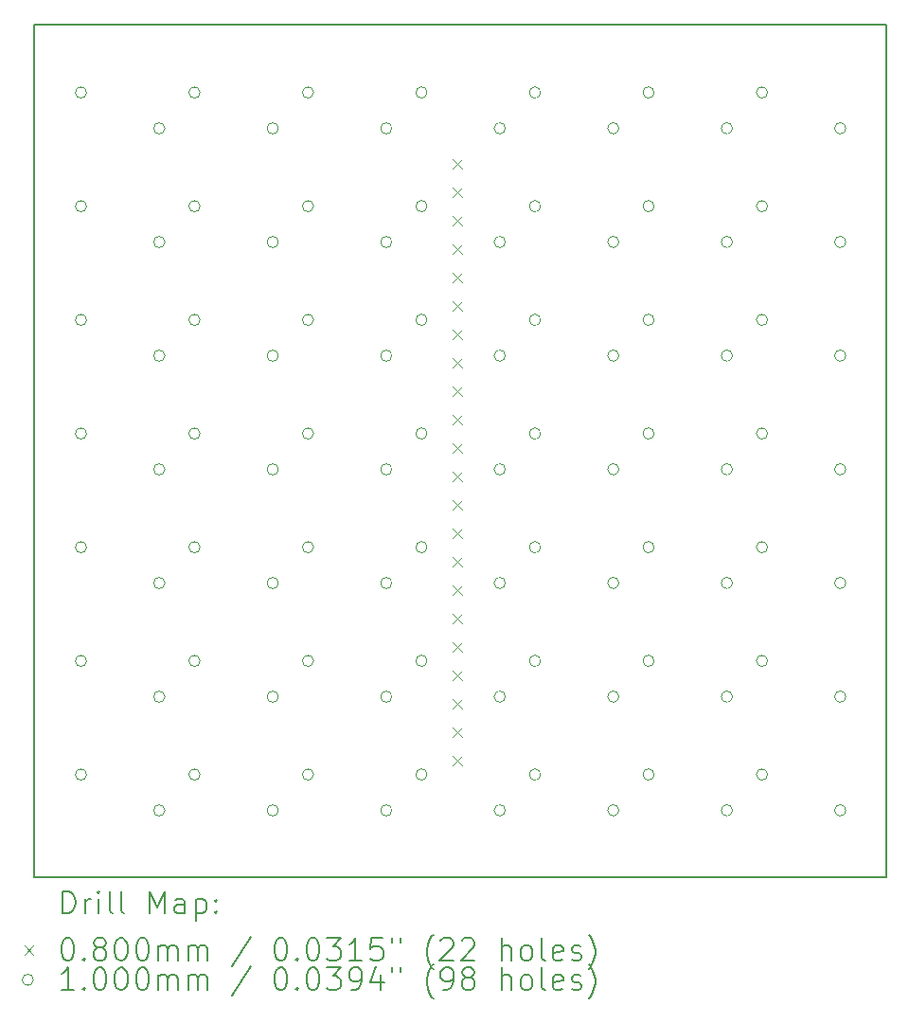
<source format=gbr>
%TF.GenerationSoftware,KiCad,Pcbnew,8.0.5-8.0.5-0~ubuntu24.04.1*%
%TF.CreationDate,2024-10-16T20:19:07-04:00*%
%TF.ProjectId,array,61727261-792e-46b6-9963-61645f706362,rev?*%
%TF.SameCoordinates,Original*%
%TF.FileFunction,Drillmap*%
%TF.FilePolarity,Positive*%
%FSLAX45Y45*%
G04 Gerber Fmt 4.5, Leading zero omitted, Abs format (unit mm)*
G04 Created by KiCad (PCBNEW 8.0.5-8.0.5-0~ubuntu24.04.1) date 2024-10-16 20:19:07*
%MOMM*%
%LPD*%
G01*
G04 APERTURE LIST*
%ADD10C,0.200000*%
%ADD11C,0.100000*%
G04 APERTURE END LIST*
D10*
X9000000Y-5130000D02*
X16620000Y-5130000D01*
X16620000Y-12750000D01*
X9000000Y-12750000D01*
X9000000Y-5130000D01*
D11*
X12740000Y-6333000D02*
X12820000Y-6413000D01*
X12820000Y-6333000D02*
X12740000Y-6413000D01*
X12740000Y-6587000D02*
X12820000Y-6667000D01*
X12820000Y-6587000D02*
X12740000Y-6667000D01*
X12740000Y-6841000D02*
X12820000Y-6921000D01*
X12820000Y-6841000D02*
X12740000Y-6921000D01*
X12740000Y-7095000D02*
X12820000Y-7175000D01*
X12820000Y-7095000D02*
X12740000Y-7175000D01*
X12740000Y-7349000D02*
X12820000Y-7429000D01*
X12820000Y-7349000D02*
X12740000Y-7429000D01*
X12740000Y-7603000D02*
X12820000Y-7683000D01*
X12820000Y-7603000D02*
X12740000Y-7683000D01*
X12740000Y-7857000D02*
X12820000Y-7937000D01*
X12820000Y-7857000D02*
X12740000Y-7937000D01*
X12740000Y-8111000D02*
X12820000Y-8191000D01*
X12820000Y-8111000D02*
X12740000Y-8191000D01*
X12740000Y-8365000D02*
X12820000Y-8445000D01*
X12820000Y-8365000D02*
X12740000Y-8445000D01*
X12740000Y-8619000D02*
X12820000Y-8699000D01*
X12820000Y-8619000D02*
X12740000Y-8699000D01*
X12740000Y-8873000D02*
X12820000Y-8953000D01*
X12820000Y-8873000D02*
X12740000Y-8953000D01*
X12740000Y-9127000D02*
X12820000Y-9207000D01*
X12820000Y-9127000D02*
X12740000Y-9207000D01*
X12740000Y-9381000D02*
X12820000Y-9461000D01*
X12820000Y-9381000D02*
X12740000Y-9461000D01*
X12740000Y-9635000D02*
X12820000Y-9715000D01*
X12820000Y-9635000D02*
X12740000Y-9715000D01*
X12740000Y-9889000D02*
X12820000Y-9969000D01*
X12820000Y-9889000D02*
X12740000Y-9969000D01*
X12740000Y-10143000D02*
X12820000Y-10223000D01*
X12820000Y-10143000D02*
X12740000Y-10223000D01*
X12740000Y-10397000D02*
X12820000Y-10477000D01*
X12820000Y-10397000D02*
X12740000Y-10477000D01*
X12740000Y-10651000D02*
X12820000Y-10731000D01*
X12820000Y-10651000D02*
X12740000Y-10731000D01*
X12740000Y-10905000D02*
X12820000Y-10985000D01*
X12820000Y-10905000D02*
X12740000Y-10985000D01*
X12740000Y-11159000D02*
X12820000Y-11239000D01*
X12820000Y-11159000D02*
X12740000Y-11239000D01*
X12740000Y-11413000D02*
X12820000Y-11493000D01*
X12820000Y-11413000D02*
X12740000Y-11493000D01*
X12740000Y-11667000D02*
X12820000Y-11747000D01*
X12820000Y-11667000D02*
X12740000Y-11747000D01*
X9465000Y-5734000D02*
G75*
G02*
X9365000Y-5734000I-50000J0D01*
G01*
X9365000Y-5734000D02*
G75*
G02*
X9465000Y-5734000I50000J0D01*
G01*
X9465000Y-6750000D02*
G75*
G02*
X9365000Y-6750000I-50000J0D01*
G01*
X9365000Y-6750000D02*
G75*
G02*
X9465000Y-6750000I50000J0D01*
G01*
X9465000Y-7766000D02*
G75*
G02*
X9365000Y-7766000I-50000J0D01*
G01*
X9365000Y-7766000D02*
G75*
G02*
X9465000Y-7766000I50000J0D01*
G01*
X9465000Y-8782000D02*
G75*
G02*
X9365000Y-8782000I-50000J0D01*
G01*
X9365000Y-8782000D02*
G75*
G02*
X9465000Y-8782000I50000J0D01*
G01*
X9465000Y-9798000D02*
G75*
G02*
X9365000Y-9798000I-50000J0D01*
G01*
X9365000Y-9798000D02*
G75*
G02*
X9465000Y-9798000I50000J0D01*
G01*
X9465000Y-10814000D02*
G75*
G02*
X9365000Y-10814000I-50000J0D01*
G01*
X9365000Y-10814000D02*
G75*
G02*
X9465000Y-10814000I50000J0D01*
G01*
X9465000Y-11830000D02*
G75*
G02*
X9365000Y-11830000I-50000J0D01*
G01*
X9365000Y-11830000D02*
G75*
G02*
X9465000Y-11830000I50000J0D01*
G01*
X10165000Y-6054000D02*
G75*
G02*
X10065000Y-6054000I-50000J0D01*
G01*
X10065000Y-6054000D02*
G75*
G02*
X10165000Y-6054000I50000J0D01*
G01*
X10165000Y-7070000D02*
G75*
G02*
X10065000Y-7070000I-50000J0D01*
G01*
X10065000Y-7070000D02*
G75*
G02*
X10165000Y-7070000I50000J0D01*
G01*
X10165000Y-8086000D02*
G75*
G02*
X10065000Y-8086000I-50000J0D01*
G01*
X10065000Y-8086000D02*
G75*
G02*
X10165000Y-8086000I50000J0D01*
G01*
X10165000Y-9102000D02*
G75*
G02*
X10065000Y-9102000I-50000J0D01*
G01*
X10065000Y-9102000D02*
G75*
G02*
X10165000Y-9102000I50000J0D01*
G01*
X10165000Y-10118000D02*
G75*
G02*
X10065000Y-10118000I-50000J0D01*
G01*
X10065000Y-10118000D02*
G75*
G02*
X10165000Y-10118000I50000J0D01*
G01*
X10165000Y-11134000D02*
G75*
G02*
X10065000Y-11134000I-50000J0D01*
G01*
X10065000Y-11134000D02*
G75*
G02*
X10165000Y-11134000I50000J0D01*
G01*
X10165000Y-12150000D02*
G75*
G02*
X10065000Y-12150000I-50000J0D01*
G01*
X10065000Y-12150000D02*
G75*
G02*
X10165000Y-12150000I50000J0D01*
G01*
X10480000Y-5734000D02*
G75*
G02*
X10380000Y-5734000I-50000J0D01*
G01*
X10380000Y-5734000D02*
G75*
G02*
X10480000Y-5734000I50000J0D01*
G01*
X10480000Y-6750000D02*
G75*
G02*
X10380000Y-6750000I-50000J0D01*
G01*
X10380000Y-6750000D02*
G75*
G02*
X10480000Y-6750000I50000J0D01*
G01*
X10480000Y-7766000D02*
G75*
G02*
X10380000Y-7766000I-50000J0D01*
G01*
X10380000Y-7766000D02*
G75*
G02*
X10480000Y-7766000I50000J0D01*
G01*
X10480000Y-8782000D02*
G75*
G02*
X10380000Y-8782000I-50000J0D01*
G01*
X10380000Y-8782000D02*
G75*
G02*
X10480000Y-8782000I50000J0D01*
G01*
X10480000Y-9798000D02*
G75*
G02*
X10380000Y-9798000I-50000J0D01*
G01*
X10380000Y-9798000D02*
G75*
G02*
X10480000Y-9798000I50000J0D01*
G01*
X10480000Y-10814000D02*
G75*
G02*
X10380000Y-10814000I-50000J0D01*
G01*
X10380000Y-10814000D02*
G75*
G02*
X10480000Y-10814000I50000J0D01*
G01*
X10480000Y-11830000D02*
G75*
G02*
X10380000Y-11830000I-50000J0D01*
G01*
X10380000Y-11830000D02*
G75*
G02*
X10480000Y-11830000I50000J0D01*
G01*
X11180000Y-6054000D02*
G75*
G02*
X11080000Y-6054000I-50000J0D01*
G01*
X11080000Y-6054000D02*
G75*
G02*
X11180000Y-6054000I50000J0D01*
G01*
X11180000Y-7070000D02*
G75*
G02*
X11080000Y-7070000I-50000J0D01*
G01*
X11080000Y-7070000D02*
G75*
G02*
X11180000Y-7070000I50000J0D01*
G01*
X11180000Y-8086000D02*
G75*
G02*
X11080000Y-8086000I-50000J0D01*
G01*
X11080000Y-8086000D02*
G75*
G02*
X11180000Y-8086000I50000J0D01*
G01*
X11180000Y-9102000D02*
G75*
G02*
X11080000Y-9102000I-50000J0D01*
G01*
X11080000Y-9102000D02*
G75*
G02*
X11180000Y-9102000I50000J0D01*
G01*
X11180000Y-10118000D02*
G75*
G02*
X11080000Y-10118000I-50000J0D01*
G01*
X11080000Y-10118000D02*
G75*
G02*
X11180000Y-10118000I50000J0D01*
G01*
X11180000Y-11134000D02*
G75*
G02*
X11080000Y-11134000I-50000J0D01*
G01*
X11080000Y-11134000D02*
G75*
G02*
X11180000Y-11134000I50000J0D01*
G01*
X11180000Y-12150000D02*
G75*
G02*
X11080000Y-12150000I-50000J0D01*
G01*
X11080000Y-12150000D02*
G75*
G02*
X11180000Y-12150000I50000J0D01*
G01*
X11495000Y-5734000D02*
G75*
G02*
X11395000Y-5734000I-50000J0D01*
G01*
X11395000Y-5734000D02*
G75*
G02*
X11495000Y-5734000I50000J0D01*
G01*
X11495000Y-6750000D02*
G75*
G02*
X11395000Y-6750000I-50000J0D01*
G01*
X11395000Y-6750000D02*
G75*
G02*
X11495000Y-6750000I50000J0D01*
G01*
X11495000Y-7766000D02*
G75*
G02*
X11395000Y-7766000I-50000J0D01*
G01*
X11395000Y-7766000D02*
G75*
G02*
X11495000Y-7766000I50000J0D01*
G01*
X11495000Y-8782000D02*
G75*
G02*
X11395000Y-8782000I-50000J0D01*
G01*
X11395000Y-8782000D02*
G75*
G02*
X11495000Y-8782000I50000J0D01*
G01*
X11495000Y-9798000D02*
G75*
G02*
X11395000Y-9798000I-50000J0D01*
G01*
X11395000Y-9798000D02*
G75*
G02*
X11495000Y-9798000I50000J0D01*
G01*
X11495000Y-10814000D02*
G75*
G02*
X11395000Y-10814000I-50000J0D01*
G01*
X11395000Y-10814000D02*
G75*
G02*
X11495000Y-10814000I50000J0D01*
G01*
X11495000Y-11830000D02*
G75*
G02*
X11395000Y-11830000I-50000J0D01*
G01*
X11395000Y-11830000D02*
G75*
G02*
X11495000Y-11830000I50000J0D01*
G01*
X12195000Y-6054000D02*
G75*
G02*
X12095000Y-6054000I-50000J0D01*
G01*
X12095000Y-6054000D02*
G75*
G02*
X12195000Y-6054000I50000J0D01*
G01*
X12195000Y-7070000D02*
G75*
G02*
X12095000Y-7070000I-50000J0D01*
G01*
X12095000Y-7070000D02*
G75*
G02*
X12195000Y-7070000I50000J0D01*
G01*
X12195000Y-8086000D02*
G75*
G02*
X12095000Y-8086000I-50000J0D01*
G01*
X12095000Y-8086000D02*
G75*
G02*
X12195000Y-8086000I50000J0D01*
G01*
X12195000Y-9102000D02*
G75*
G02*
X12095000Y-9102000I-50000J0D01*
G01*
X12095000Y-9102000D02*
G75*
G02*
X12195000Y-9102000I50000J0D01*
G01*
X12195000Y-10118000D02*
G75*
G02*
X12095000Y-10118000I-50000J0D01*
G01*
X12095000Y-10118000D02*
G75*
G02*
X12195000Y-10118000I50000J0D01*
G01*
X12195000Y-11134000D02*
G75*
G02*
X12095000Y-11134000I-50000J0D01*
G01*
X12095000Y-11134000D02*
G75*
G02*
X12195000Y-11134000I50000J0D01*
G01*
X12195000Y-12150000D02*
G75*
G02*
X12095000Y-12150000I-50000J0D01*
G01*
X12095000Y-12150000D02*
G75*
G02*
X12195000Y-12150000I50000J0D01*
G01*
X12510000Y-5734000D02*
G75*
G02*
X12410000Y-5734000I-50000J0D01*
G01*
X12410000Y-5734000D02*
G75*
G02*
X12510000Y-5734000I50000J0D01*
G01*
X12510000Y-6750000D02*
G75*
G02*
X12410000Y-6750000I-50000J0D01*
G01*
X12410000Y-6750000D02*
G75*
G02*
X12510000Y-6750000I50000J0D01*
G01*
X12510000Y-7766000D02*
G75*
G02*
X12410000Y-7766000I-50000J0D01*
G01*
X12410000Y-7766000D02*
G75*
G02*
X12510000Y-7766000I50000J0D01*
G01*
X12510000Y-8782000D02*
G75*
G02*
X12410000Y-8782000I-50000J0D01*
G01*
X12410000Y-8782000D02*
G75*
G02*
X12510000Y-8782000I50000J0D01*
G01*
X12510000Y-9798000D02*
G75*
G02*
X12410000Y-9798000I-50000J0D01*
G01*
X12410000Y-9798000D02*
G75*
G02*
X12510000Y-9798000I50000J0D01*
G01*
X12510000Y-10814000D02*
G75*
G02*
X12410000Y-10814000I-50000J0D01*
G01*
X12410000Y-10814000D02*
G75*
G02*
X12510000Y-10814000I50000J0D01*
G01*
X12510000Y-11830000D02*
G75*
G02*
X12410000Y-11830000I-50000J0D01*
G01*
X12410000Y-11830000D02*
G75*
G02*
X12510000Y-11830000I50000J0D01*
G01*
X13210000Y-6054000D02*
G75*
G02*
X13110000Y-6054000I-50000J0D01*
G01*
X13110000Y-6054000D02*
G75*
G02*
X13210000Y-6054000I50000J0D01*
G01*
X13210000Y-7070000D02*
G75*
G02*
X13110000Y-7070000I-50000J0D01*
G01*
X13110000Y-7070000D02*
G75*
G02*
X13210000Y-7070000I50000J0D01*
G01*
X13210000Y-8086000D02*
G75*
G02*
X13110000Y-8086000I-50000J0D01*
G01*
X13110000Y-8086000D02*
G75*
G02*
X13210000Y-8086000I50000J0D01*
G01*
X13210000Y-9102000D02*
G75*
G02*
X13110000Y-9102000I-50000J0D01*
G01*
X13110000Y-9102000D02*
G75*
G02*
X13210000Y-9102000I50000J0D01*
G01*
X13210000Y-10118000D02*
G75*
G02*
X13110000Y-10118000I-50000J0D01*
G01*
X13110000Y-10118000D02*
G75*
G02*
X13210000Y-10118000I50000J0D01*
G01*
X13210000Y-11134000D02*
G75*
G02*
X13110000Y-11134000I-50000J0D01*
G01*
X13110000Y-11134000D02*
G75*
G02*
X13210000Y-11134000I50000J0D01*
G01*
X13210000Y-12150000D02*
G75*
G02*
X13110000Y-12150000I-50000J0D01*
G01*
X13110000Y-12150000D02*
G75*
G02*
X13210000Y-12150000I50000J0D01*
G01*
X13525000Y-5734000D02*
G75*
G02*
X13425000Y-5734000I-50000J0D01*
G01*
X13425000Y-5734000D02*
G75*
G02*
X13525000Y-5734000I50000J0D01*
G01*
X13525000Y-6750000D02*
G75*
G02*
X13425000Y-6750000I-50000J0D01*
G01*
X13425000Y-6750000D02*
G75*
G02*
X13525000Y-6750000I50000J0D01*
G01*
X13525000Y-7766000D02*
G75*
G02*
X13425000Y-7766000I-50000J0D01*
G01*
X13425000Y-7766000D02*
G75*
G02*
X13525000Y-7766000I50000J0D01*
G01*
X13525000Y-8782000D02*
G75*
G02*
X13425000Y-8782000I-50000J0D01*
G01*
X13425000Y-8782000D02*
G75*
G02*
X13525000Y-8782000I50000J0D01*
G01*
X13525000Y-9798000D02*
G75*
G02*
X13425000Y-9798000I-50000J0D01*
G01*
X13425000Y-9798000D02*
G75*
G02*
X13525000Y-9798000I50000J0D01*
G01*
X13525000Y-10814000D02*
G75*
G02*
X13425000Y-10814000I-50000J0D01*
G01*
X13425000Y-10814000D02*
G75*
G02*
X13525000Y-10814000I50000J0D01*
G01*
X13525000Y-11830000D02*
G75*
G02*
X13425000Y-11830000I-50000J0D01*
G01*
X13425000Y-11830000D02*
G75*
G02*
X13525000Y-11830000I50000J0D01*
G01*
X14225000Y-6054000D02*
G75*
G02*
X14125000Y-6054000I-50000J0D01*
G01*
X14125000Y-6054000D02*
G75*
G02*
X14225000Y-6054000I50000J0D01*
G01*
X14225000Y-7070000D02*
G75*
G02*
X14125000Y-7070000I-50000J0D01*
G01*
X14125000Y-7070000D02*
G75*
G02*
X14225000Y-7070000I50000J0D01*
G01*
X14225000Y-8086000D02*
G75*
G02*
X14125000Y-8086000I-50000J0D01*
G01*
X14125000Y-8086000D02*
G75*
G02*
X14225000Y-8086000I50000J0D01*
G01*
X14225000Y-9102000D02*
G75*
G02*
X14125000Y-9102000I-50000J0D01*
G01*
X14125000Y-9102000D02*
G75*
G02*
X14225000Y-9102000I50000J0D01*
G01*
X14225000Y-10118000D02*
G75*
G02*
X14125000Y-10118000I-50000J0D01*
G01*
X14125000Y-10118000D02*
G75*
G02*
X14225000Y-10118000I50000J0D01*
G01*
X14225000Y-11134000D02*
G75*
G02*
X14125000Y-11134000I-50000J0D01*
G01*
X14125000Y-11134000D02*
G75*
G02*
X14225000Y-11134000I50000J0D01*
G01*
X14225000Y-12150000D02*
G75*
G02*
X14125000Y-12150000I-50000J0D01*
G01*
X14125000Y-12150000D02*
G75*
G02*
X14225000Y-12150000I50000J0D01*
G01*
X14540000Y-5734000D02*
G75*
G02*
X14440000Y-5734000I-50000J0D01*
G01*
X14440000Y-5734000D02*
G75*
G02*
X14540000Y-5734000I50000J0D01*
G01*
X14540000Y-6750000D02*
G75*
G02*
X14440000Y-6750000I-50000J0D01*
G01*
X14440000Y-6750000D02*
G75*
G02*
X14540000Y-6750000I50000J0D01*
G01*
X14540000Y-7766000D02*
G75*
G02*
X14440000Y-7766000I-50000J0D01*
G01*
X14440000Y-7766000D02*
G75*
G02*
X14540000Y-7766000I50000J0D01*
G01*
X14540000Y-8782000D02*
G75*
G02*
X14440000Y-8782000I-50000J0D01*
G01*
X14440000Y-8782000D02*
G75*
G02*
X14540000Y-8782000I50000J0D01*
G01*
X14540000Y-9798000D02*
G75*
G02*
X14440000Y-9798000I-50000J0D01*
G01*
X14440000Y-9798000D02*
G75*
G02*
X14540000Y-9798000I50000J0D01*
G01*
X14540000Y-10814000D02*
G75*
G02*
X14440000Y-10814000I-50000J0D01*
G01*
X14440000Y-10814000D02*
G75*
G02*
X14540000Y-10814000I50000J0D01*
G01*
X14540000Y-11830000D02*
G75*
G02*
X14440000Y-11830000I-50000J0D01*
G01*
X14440000Y-11830000D02*
G75*
G02*
X14540000Y-11830000I50000J0D01*
G01*
X15240000Y-6054000D02*
G75*
G02*
X15140000Y-6054000I-50000J0D01*
G01*
X15140000Y-6054000D02*
G75*
G02*
X15240000Y-6054000I50000J0D01*
G01*
X15240000Y-7070000D02*
G75*
G02*
X15140000Y-7070000I-50000J0D01*
G01*
X15140000Y-7070000D02*
G75*
G02*
X15240000Y-7070000I50000J0D01*
G01*
X15240000Y-8086000D02*
G75*
G02*
X15140000Y-8086000I-50000J0D01*
G01*
X15140000Y-8086000D02*
G75*
G02*
X15240000Y-8086000I50000J0D01*
G01*
X15240000Y-9102000D02*
G75*
G02*
X15140000Y-9102000I-50000J0D01*
G01*
X15140000Y-9102000D02*
G75*
G02*
X15240000Y-9102000I50000J0D01*
G01*
X15240000Y-10118000D02*
G75*
G02*
X15140000Y-10118000I-50000J0D01*
G01*
X15140000Y-10118000D02*
G75*
G02*
X15240000Y-10118000I50000J0D01*
G01*
X15240000Y-11134000D02*
G75*
G02*
X15140000Y-11134000I-50000J0D01*
G01*
X15140000Y-11134000D02*
G75*
G02*
X15240000Y-11134000I50000J0D01*
G01*
X15240000Y-12150000D02*
G75*
G02*
X15140000Y-12150000I-50000J0D01*
G01*
X15140000Y-12150000D02*
G75*
G02*
X15240000Y-12150000I50000J0D01*
G01*
X15555000Y-5734000D02*
G75*
G02*
X15455000Y-5734000I-50000J0D01*
G01*
X15455000Y-5734000D02*
G75*
G02*
X15555000Y-5734000I50000J0D01*
G01*
X15555000Y-6750000D02*
G75*
G02*
X15455000Y-6750000I-50000J0D01*
G01*
X15455000Y-6750000D02*
G75*
G02*
X15555000Y-6750000I50000J0D01*
G01*
X15555000Y-7766000D02*
G75*
G02*
X15455000Y-7766000I-50000J0D01*
G01*
X15455000Y-7766000D02*
G75*
G02*
X15555000Y-7766000I50000J0D01*
G01*
X15555000Y-8782000D02*
G75*
G02*
X15455000Y-8782000I-50000J0D01*
G01*
X15455000Y-8782000D02*
G75*
G02*
X15555000Y-8782000I50000J0D01*
G01*
X15555000Y-9798000D02*
G75*
G02*
X15455000Y-9798000I-50000J0D01*
G01*
X15455000Y-9798000D02*
G75*
G02*
X15555000Y-9798000I50000J0D01*
G01*
X15555000Y-10814000D02*
G75*
G02*
X15455000Y-10814000I-50000J0D01*
G01*
X15455000Y-10814000D02*
G75*
G02*
X15555000Y-10814000I50000J0D01*
G01*
X15555000Y-11830000D02*
G75*
G02*
X15455000Y-11830000I-50000J0D01*
G01*
X15455000Y-11830000D02*
G75*
G02*
X15555000Y-11830000I50000J0D01*
G01*
X16255000Y-6054000D02*
G75*
G02*
X16155000Y-6054000I-50000J0D01*
G01*
X16155000Y-6054000D02*
G75*
G02*
X16255000Y-6054000I50000J0D01*
G01*
X16255000Y-7070000D02*
G75*
G02*
X16155000Y-7070000I-50000J0D01*
G01*
X16155000Y-7070000D02*
G75*
G02*
X16255000Y-7070000I50000J0D01*
G01*
X16255000Y-8086000D02*
G75*
G02*
X16155000Y-8086000I-50000J0D01*
G01*
X16155000Y-8086000D02*
G75*
G02*
X16255000Y-8086000I50000J0D01*
G01*
X16255000Y-9102000D02*
G75*
G02*
X16155000Y-9102000I-50000J0D01*
G01*
X16155000Y-9102000D02*
G75*
G02*
X16255000Y-9102000I50000J0D01*
G01*
X16255000Y-10118000D02*
G75*
G02*
X16155000Y-10118000I-50000J0D01*
G01*
X16155000Y-10118000D02*
G75*
G02*
X16255000Y-10118000I50000J0D01*
G01*
X16255000Y-11134000D02*
G75*
G02*
X16155000Y-11134000I-50000J0D01*
G01*
X16155000Y-11134000D02*
G75*
G02*
X16255000Y-11134000I50000J0D01*
G01*
X16255000Y-12150000D02*
G75*
G02*
X16155000Y-12150000I-50000J0D01*
G01*
X16155000Y-12150000D02*
G75*
G02*
X16255000Y-12150000I50000J0D01*
G01*
D10*
X9250777Y-13071484D02*
X9250777Y-12871484D01*
X9250777Y-12871484D02*
X9298396Y-12871484D01*
X9298396Y-12871484D02*
X9326967Y-12881008D01*
X9326967Y-12881008D02*
X9346015Y-12900055D01*
X9346015Y-12900055D02*
X9355539Y-12919103D01*
X9355539Y-12919103D02*
X9365063Y-12957198D01*
X9365063Y-12957198D02*
X9365063Y-12985769D01*
X9365063Y-12985769D02*
X9355539Y-13023865D01*
X9355539Y-13023865D02*
X9346015Y-13042912D01*
X9346015Y-13042912D02*
X9326967Y-13061960D01*
X9326967Y-13061960D02*
X9298396Y-13071484D01*
X9298396Y-13071484D02*
X9250777Y-13071484D01*
X9450777Y-13071484D02*
X9450777Y-12938150D01*
X9450777Y-12976246D02*
X9460301Y-12957198D01*
X9460301Y-12957198D02*
X9469824Y-12947674D01*
X9469824Y-12947674D02*
X9488872Y-12938150D01*
X9488872Y-12938150D02*
X9507920Y-12938150D01*
X9574586Y-13071484D02*
X9574586Y-12938150D01*
X9574586Y-12871484D02*
X9565063Y-12881008D01*
X9565063Y-12881008D02*
X9574586Y-12890531D01*
X9574586Y-12890531D02*
X9584110Y-12881008D01*
X9584110Y-12881008D02*
X9574586Y-12871484D01*
X9574586Y-12871484D02*
X9574586Y-12890531D01*
X9698396Y-13071484D02*
X9679348Y-13061960D01*
X9679348Y-13061960D02*
X9669824Y-13042912D01*
X9669824Y-13042912D02*
X9669824Y-12871484D01*
X9803158Y-13071484D02*
X9784110Y-13061960D01*
X9784110Y-13061960D02*
X9774586Y-13042912D01*
X9774586Y-13042912D02*
X9774586Y-12871484D01*
X10031729Y-13071484D02*
X10031729Y-12871484D01*
X10031729Y-12871484D02*
X10098396Y-13014341D01*
X10098396Y-13014341D02*
X10165063Y-12871484D01*
X10165063Y-12871484D02*
X10165063Y-13071484D01*
X10346015Y-13071484D02*
X10346015Y-12966722D01*
X10346015Y-12966722D02*
X10336491Y-12947674D01*
X10336491Y-12947674D02*
X10317444Y-12938150D01*
X10317444Y-12938150D02*
X10279348Y-12938150D01*
X10279348Y-12938150D02*
X10260301Y-12947674D01*
X10346015Y-13061960D02*
X10326967Y-13071484D01*
X10326967Y-13071484D02*
X10279348Y-13071484D01*
X10279348Y-13071484D02*
X10260301Y-13061960D01*
X10260301Y-13061960D02*
X10250777Y-13042912D01*
X10250777Y-13042912D02*
X10250777Y-13023865D01*
X10250777Y-13023865D02*
X10260301Y-13004817D01*
X10260301Y-13004817D02*
X10279348Y-12995293D01*
X10279348Y-12995293D02*
X10326967Y-12995293D01*
X10326967Y-12995293D02*
X10346015Y-12985769D01*
X10441253Y-12938150D02*
X10441253Y-13138150D01*
X10441253Y-12947674D02*
X10460301Y-12938150D01*
X10460301Y-12938150D02*
X10498396Y-12938150D01*
X10498396Y-12938150D02*
X10517444Y-12947674D01*
X10517444Y-12947674D02*
X10526967Y-12957198D01*
X10526967Y-12957198D02*
X10536491Y-12976246D01*
X10536491Y-12976246D02*
X10536491Y-13033388D01*
X10536491Y-13033388D02*
X10526967Y-13052436D01*
X10526967Y-13052436D02*
X10517444Y-13061960D01*
X10517444Y-13061960D02*
X10498396Y-13071484D01*
X10498396Y-13071484D02*
X10460301Y-13071484D01*
X10460301Y-13071484D02*
X10441253Y-13061960D01*
X10622205Y-13052436D02*
X10631729Y-13061960D01*
X10631729Y-13061960D02*
X10622205Y-13071484D01*
X10622205Y-13071484D02*
X10612682Y-13061960D01*
X10612682Y-13061960D02*
X10622205Y-13052436D01*
X10622205Y-13052436D02*
X10622205Y-13071484D01*
X10622205Y-12947674D02*
X10631729Y-12957198D01*
X10631729Y-12957198D02*
X10622205Y-12966722D01*
X10622205Y-12966722D02*
X10612682Y-12957198D01*
X10612682Y-12957198D02*
X10622205Y-12947674D01*
X10622205Y-12947674D02*
X10622205Y-12966722D01*
D11*
X8910000Y-13360000D02*
X8990000Y-13440000D01*
X8990000Y-13360000D02*
X8910000Y-13440000D01*
D10*
X9288872Y-13291484D02*
X9307920Y-13291484D01*
X9307920Y-13291484D02*
X9326967Y-13301008D01*
X9326967Y-13301008D02*
X9336491Y-13310531D01*
X9336491Y-13310531D02*
X9346015Y-13329579D01*
X9346015Y-13329579D02*
X9355539Y-13367674D01*
X9355539Y-13367674D02*
X9355539Y-13415293D01*
X9355539Y-13415293D02*
X9346015Y-13453388D01*
X9346015Y-13453388D02*
X9336491Y-13472436D01*
X9336491Y-13472436D02*
X9326967Y-13481960D01*
X9326967Y-13481960D02*
X9307920Y-13491484D01*
X9307920Y-13491484D02*
X9288872Y-13491484D01*
X9288872Y-13491484D02*
X9269824Y-13481960D01*
X9269824Y-13481960D02*
X9260301Y-13472436D01*
X9260301Y-13472436D02*
X9250777Y-13453388D01*
X9250777Y-13453388D02*
X9241253Y-13415293D01*
X9241253Y-13415293D02*
X9241253Y-13367674D01*
X9241253Y-13367674D02*
X9250777Y-13329579D01*
X9250777Y-13329579D02*
X9260301Y-13310531D01*
X9260301Y-13310531D02*
X9269824Y-13301008D01*
X9269824Y-13301008D02*
X9288872Y-13291484D01*
X9441253Y-13472436D02*
X9450777Y-13481960D01*
X9450777Y-13481960D02*
X9441253Y-13491484D01*
X9441253Y-13491484D02*
X9431729Y-13481960D01*
X9431729Y-13481960D02*
X9441253Y-13472436D01*
X9441253Y-13472436D02*
X9441253Y-13491484D01*
X9565063Y-13377198D02*
X9546015Y-13367674D01*
X9546015Y-13367674D02*
X9536491Y-13358150D01*
X9536491Y-13358150D02*
X9526967Y-13339103D01*
X9526967Y-13339103D02*
X9526967Y-13329579D01*
X9526967Y-13329579D02*
X9536491Y-13310531D01*
X9536491Y-13310531D02*
X9546015Y-13301008D01*
X9546015Y-13301008D02*
X9565063Y-13291484D01*
X9565063Y-13291484D02*
X9603158Y-13291484D01*
X9603158Y-13291484D02*
X9622205Y-13301008D01*
X9622205Y-13301008D02*
X9631729Y-13310531D01*
X9631729Y-13310531D02*
X9641253Y-13329579D01*
X9641253Y-13329579D02*
X9641253Y-13339103D01*
X9641253Y-13339103D02*
X9631729Y-13358150D01*
X9631729Y-13358150D02*
X9622205Y-13367674D01*
X9622205Y-13367674D02*
X9603158Y-13377198D01*
X9603158Y-13377198D02*
X9565063Y-13377198D01*
X9565063Y-13377198D02*
X9546015Y-13386722D01*
X9546015Y-13386722D02*
X9536491Y-13396246D01*
X9536491Y-13396246D02*
X9526967Y-13415293D01*
X9526967Y-13415293D02*
X9526967Y-13453388D01*
X9526967Y-13453388D02*
X9536491Y-13472436D01*
X9536491Y-13472436D02*
X9546015Y-13481960D01*
X9546015Y-13481960D02*
X9565063Y-13491484D01*
X9565063Y-13491484D02*
X9603158Y-13491484D01*
X9603158Y-13491484D02*
X9622205Y-13481960D01*
X9622205Y-13481960D02*
X9631729Y-13472436D01*
X9631729Y-13472436D02*
X9641253Y-13453388D01*
X9641253Y-13453388D02*
X9641253Y-13415293D01*
X9641253Y-13415293D02*
X9631729Y-13396246D01*
X9631729Y-13396246D02*
X9622205Y-13386722D01*
X9622205Y-13386722D02*
X9603158Y-13377198D01*
X9765063Y-13291484D02*
X9784110Y-13291484D01*
X9784110Y-13291484D02*
X9803158Y-13301008D01*
X9803158Y-13301008D02*
X9812682Y-13310531D01*
X9812682Y-13310531D02*
X9822205Y-13329579D01*
X9822205Y-13329579D02*
X9831729Y-13367674D01*
X9831729Y-13367674D02*
X9831729Y-13415293D01*
X9831729Y-13415293D02*
X9822205Y-13453388D01*
X9822205Y-13453388D02*
X9812682Y-13472436D01*
X9812682Y-13472436D02*
X9803158Y-13481960D01*
X9803158Y-13481960D02*
X9784110Y-13491484D01*
X9784110Y-13491484D02*
X9765063Y-13491484D01*
X9765063Y-13491484D02*
X9746015Y-13481960D01*
X9746015Y-13481960D02*
X9736491Y-13472436D01*
X9736491Y-13472436D02*
X9726967Y-13453388D01*
X9726967Y-13453388D02*
X9717444Y-13415293D01*
X9717444Y-13415293D02*
X9717444Y-13367674D01*
X9717444Y-13367674D02*
X9726967Y-13329579D01*
X9726967Y-13329579D02*
X9736491Y-13310531D01*
X9736491Y-13310531D02*
X9746015Y-13301008D01*
X9746015Y-13301008D02*
X9765063Y-13291484D01*
X9955539Y-13291484D02*
X9974586Y-13291484D01*
X9974586Y-13291484D02*
X9993634Y-13301008D01*
X9993634Y-13301008D02*
X10003158Y-13310531D01*
X10003158Y-13310531D02*
X10012682Y-13329579D01*
X10012682Y-13329579D02*
X10022205Y-13367674D01*
X10022205Y-13367674D02*
X10022205Y-13415293D01*
X10022205Y-13415293D02*
X10012682Y-13453388D01*
X10012682Y-13453388D02*
X10003158Y-13472436D01*
X10003158Y-13472436D02*
X9993634Y-13481960D01*
X9993634Y-13481960D02*
X9974586Y-13491484D01*
X9974586Y-13491484D02*
X9955539Y-13491484D01*
X9955539Y-13491484D02*
X9936491Y-13481960D01*
X9936491Y-13481960D02*
X9926967Y-13472436D01*
X9926967Y-13472436D02*
X9917444Y-13453388D01*
X9917444Y-13453388D02*
X9907920Y-13415293D01*
X9907920Y-13415293D02*
X9907920Y-13367674D01*
X9907920Y-13367674D02*
X9917444Y-13329579D01*
X9917444Y-13329579D02*
X9926967Y-13310531D01*
X9926967Y-13310531D02*
X9936491Y-13301008D01*
X9936491Y-13301008D02*
X9955539Y-13291484D01*
X10107920Y-13491484D02*
X10107920Y-13358150D01*
X10107920Y-13377198D02*
X10117444Y-13367674D01*
X10117444Y-13367674D02*
X10136491Y-13358150D01*
X10136491Y-13358150D02*
X10165063Y-13358150D01*
X10165063Y-13358150D02*
X10184110Y-13367674D01*
X10184110Y-13367674D02*
X10193634Y-13386722D01*
X10193634Y-13386722D02*
X10193634Y-13491484D01*
X10193634Y-13386722D02*
X10203158Y-13367674D01*
X10203158Y-13367674D02*
X10222205Y-13358150D01*
X10222205Y-13358150D02*
X10250777Y-13358150D01*
X10250777Y-13358150D02*
X10269825Y-13367674D01*
X10269825Y-13367674D02*
X10279348Y-13386722D01*
X10279348Y-13386722D02*
X10279348Y-13491484D01*
X10374586Y-13491484D02*
X10374586Y-13358150D01*
X10374586Y-13377198D02*
X10384110Y-13367674D01*
X10384110Y-13367674D02*
X10403158Y-13358150D01*
X10403158Y-13358150D02*
X10431729Y-13358150D01*
X10431729Y-13358150D02*
X10450777Y-13367674D01*
X10450777Y-13367674D02*
X10460301Y-13386722D01*
X10460301Y-13386722D02*
X10460301Y-13491484D01*
X10460301Y-13386722D02*
X10469825Y-13367674D01*
X10469825Y-13367674D02*
X10488872Y-13358150D01*
X10488872Y-13358150D02*
X10517444Y-13358150D01*
X10517444Y-13358150D02*
X10536491Y-13367674D01*
X10536491Y-13367674D02*
X10546015Y-13386722D01*
X10546015Y-13386722D02*
X10546015Y-13491484D01*
X10936491Y-13281960D02*
X10765063Y-13539103D01*
X11193634Y-13291484D02*
X11212682Y-13291484D01*
X11212682Y-13291484D02*
X11231729Y-13301008D01*
X11231729Y-13301008D02*
X11241253Y-13310531D01*
X11241253Y-13310531D02*
X11250777Y-13329579D01*
X11250777Y-13329579D02*
X11260301Y-13367674D01*
X11260301Y-13367674D02*
X11260301Y-13415293D01*
X11260301Y-13415293D02*
X11250777Y-13453388D01*
X11250777Y-13453388D02*
X11241253Y-13472436D01*
X11241253Y-13472436D02*
X11231729Y-13481960D01*
X11231729Y-13481960D02*
X11212682Y-13491484D01*
X11212682Y-13491484D02*
X11193634Y-13491484D01*
X11193634Y-13491484D02*
X11174587Y-13481960D01*
X11174587Y-13481960D02*
X11165063Y-13472436D01*
X11165063Y-13472436D02*
X11155539Y-13453388D01*
X11155539Y-13453388D02*
X11146015Y-13415293D01*
X11146015Y-13415293D02*
X11146015Y-13367674D01*
X11146015Y-13367674D02*
X11155539Y-13329579D01*
X11155539Y-13329579D02*
X11165063Y-13310531D01*
X11165063Y-13310531D02*
X11174587Y-13301008D01*
X11174587Y-13301008D02*
X11193634Y-13291484D01*
X11346015Y-13472436D02*
X11355539Y-13481960D01*
X11355539Y-13481960D02*
X11346015Y-13491484D01*
X11346015Y-13491484D02*
X11336491Y-13481960D01*
X11336491Y-13481960D02*
X11346015Y-13472436D01*
X11346015Y-13472436D02*
X11346015Y-13491484D01*
X11479348Y-13291484D02*
X11498396Y-13291484D01*
X11498396Y-13291484D02*
X11517444Y-13301008D01*
X11517444Y-13301008D02*
X11526967Y-13310531D01*
X11526967Y-13310531D02*
X11536491Y-13329579D01*
X11536491Y-13329579D02*
X11546015Y-13367674D01*
X11546015Y-13367674D02*
X11546015Y-13415293D01*
X11546015Y-13415293D02*
X11536491Y-13453388D01*
X11536491Y-13453388D02*
X11526967Y-13472436D01*
X11526967Y-13472436D02*
X11517444Y-13481960D01*
X11517444Y-13481960D02*
X11498396Y-13491484D01*
X11498396Y-13491484D02*
X11479348Y-13491484D01*
X11479348Y-13491484D02*
X11460301Y-13481960D01*
X11460301Y-13481960D02*
X11450777Y-13472436D01*
X11450777Y-13472436D02*
X11441253Y-13453388D01*
X11441253Y-13453388D02*
X11431729Y-13415293D01*
X11431729Y-13415293D02*
X11431729Y-13367674D01*
X11431729Y-13367674D02*
X11441253Y-13329579D01*
X11441253Y-13329579D02*
X11450777Y-13310531D01*
X11450777Y-13310531D02*
X11460301Y-13301008D01*
X11460301Y-13301008D02*
X11479348Y-13291484D01*
X11612682Y-13291484D02*
X11736491Y-13291484D01*
X11736491Y-13291484D02*
X11669825Y-13367674D01*
X11669825Y-13367674D02*
X11698396Y-13367674D01*
X11698396Y-13367674D02*
X11717444Y-13377198D01*
X11717444Y-13377198D02*
X11726967Y-13386722D01*
X11726967Y-13386722D02*
X11736491Y-13405769D01*
X11736491Y-13405769D02*
X11736491Y-13453388D01*
X11736491Y-13453388D02*
X11726967Y-13472436D01*
X11726967Y-13472436D02*
X11717444Y-13481960D01*
X11717444Y-13481960D02*
X11698396Y-13491484D01*
X11698396Y-13491484D02*
X11641253Y-13491484D01*
X11641253Y-13491484D02*
X11622206Y-13481960D01*
X11622206Y-13481960D02*
X11612682Y-13472436D01*
X11926967Y-13491484D02*
X11812682Y-13491484D01*
X11869825Y-13491484D02*
X11869825Y-13291484D01*
X11869825Y-13291484D02*
X11850777Y-13320055D01*
X11850777Y-13320055D02*
X11831729Y-13339103D01*
X11831729Y-13339103D02*
X11812682Y-13348627D01*
X12107920Y-13291484D02*
X12012682Y-13291484D01*
X12012682Y-13291484D02*
X12003158Y-13386722D01*
X12003158Y-13386722D02*
X12012682Y-13377198D01*
X12012682Y-13377198D02*
X12031729Y-13367674D01*
X12031729Y-13367674D02*
X12079348Y-13367674D01*
X12079348Y-13367674D02*
X12098396Y-13377198D01*
X12098396Y-13377198D02*
X12107920Y-13386722D01*
X12107920Y-13386722D02*
X12117444Y-13405769D01*
X12117444Y-13405769D02*
X12117444Y-13453388D01*
X12117444Y-13453388D02*
X12107920Y-13472436D01*
X12107920Y-13472436D02*
X12098396Y-13481960D01*
X12098396Y-13481960D02*
X12079348Y-13491484D01*
X12079348Y-13491484D02*
X12031729Y-13491484D01*
X12031729Y-13491484D02*
X12012682Y-13481960D01*
X12012682Y-13481960D02*
X12003158Y-13472436D01*
X12193634Y-13291484D02*
X12193634Y-13329579D01*
X12269825Y-13291484D02*
X12269825Y-13329579D01*
X12565063Y-13567674D02*
X12555539Y-13558150D01*
X12555539Y-13558150D02*
X12536491Y-13529579D01*
X12536491Y-13529579D02*
X12526968Y-13510531D01*
X12526968Y-13510531D02*
X12517444Y-13481960D01*
X12517444Y-13481960D02*
X12507920Y-13434341D01*
X12507920Y-13434341D02*
X12507920Y-13396246D01*
X12507920Y-13396246D02*
X12517444Y-13348627D01*
X12517444Y-13348627D02*
X12526968Y-13320055D01*
X12526968Y-13320055D02*
X12536491Y-13301008D01*
X12536491Y-13301008D02*
X12555539Y-13272436D01*
X12555539Y-13272436D02*
X12565063Y-13262912D01*
X12631729Y-13310531D02*
X12641253Y-13301008D01*
X12641253Y-13301008D02*
X12660301Y-13291484D01*
X12660301Y-13291484D02*
X12707920Y-13291484D01*
X12707920Y-13291484D02*
X12726968Y-13301008D01*
X12726968Y-13301008D02*
X12736491Y-13310531D01*
X12736491Y-13310531D02*
X12746015Y-13329579D01*
X12746015Y-13329579D02*
X12746015Y-13348627D01*
X12746015Y-13348627D02*
X12736491Y-13377198D01*
X12736491Y-13377198D02*
X12622206Y-13491484D01*
X12622206Y-13491484D02*
X12746015Y-13491484D01*
X12822206Y-13310531D02*
X12831729Y-13301008D01*
X12831729Y-13301008D02*
X12850777Y-13291484D01*
X12850777Y-13291484D02*
X12898396Y-13291484D01*
X12898396Y-13291484D02*
X12917444Y-13301008D01*
X12917444Y-13301008D02*
X12926968Y-13310531D01*
X12926968Y-13310531D02*
X12936491Y-13329579D01*
X12936491Y-13329579D02*
X12936491Y-13348627D01*
X12936491Y-13348627D02*
X12926968Y-13377198D01*
X12926968Y-13377198D02*
X12812682Y-13491484D01*
X12812682Y-13491484D02*
X12936491Y-13491484D01*
X13174587Y-13491484D02*
X13174587Y-13291484D01*
X13260301Y-13491484D02*
X13260301Y-13386722D01*
X13260301Y-13386722D02*
X13250777Y-13367674D01*
X13250777Y-13367674D02*
X13231730Y-13358150D01*
X13231730Y-13358150D02*
X13203158Y-13358150D01*
X13203158Y-13358150D02*
X13184110Y-13367674D01*
X13184110Y-13367674D02*
X13174587Y-13377198D01*
X13384110Y-13491484D02*
X13365063Y-13481960D01*
X13365063Y-13481960D02*
X13355539Y-13472436D01*
X13355539Y-13472436D02*
X13346015Y-13453388D01*
X13346015Y-13453388D02*
X13346015Y-13396246D01*
X13346015Y-13396246D02*
X13355539Y-13377198D01*
X13355539Y-13377198D02*
X13365063Y-13367674D01*
X13365063Y-13367674D02*
X13384110Y-13358150D01*
X13384110Y-13358150D02*
X13412682Y-13358150D01*
X13412682Y-13358150D02*
X13431730Y-13367674D01*
X13431730Y-13367674D02*
X13441253Y-13377198D01*
X13441253Y-13377198D02*
X13450777Y-13396246D01*
X13450777Y-13396246D02*
X13450777Y-13453388D01*
X13450777Y-13453388D02*
X13441253Y-13472436D01*
X13441253Y-13472436D02*
X13431730Y-13481960D01*
X13431730Y-13481960D02*
X13412682Y-13491484D01*
X13412682Y-13491484D02*
X13384110Y-13491484D01*
X13565063Y-13491484D02*
X13546015Y-13481960D01*
X13546015Y-13481960D02*
X13536491Y-13462912D01*
X13536491Y-13462912D02*
X13536491Y-13291484D01*
X13717444Y-13481960D02*
X13698396Y-13491484D01*
X13698396Y-13491484D02*
X13660301Y-13491484D01*
X13660301Y-13491484D02*
X13641253Y-13481960D01*
X13641253Y-13481960D02*
X13631730Y-13462912D01*
X13631730Y-13462912D02*
X13631730Y-13386722D01*
X13631730Y-13386722D02*
X13641253Y-13367674D01*
X13641253Y-13367674D02*
X13660301Y-13358150D01*
X13660301Y-13358150D02*
X13698396Y-13358150D01*
X13698396Y-13358150D02*
X13717444Y-13367674D01*
X13717444Y-13367674D02*
X13726968Y-13386722D01*
X13726968Y-13386722D02*
X13726968Y-13405769D01*
X13726968Y-13405769D02*
X13631730Y-13424817D01*
X13803158Y-13481960D02*
X13822206Y-13491484D01*
X13822206Y-13491484D02*
X13860301Y-13491484D01*
X13860301Y-13491484D02*
X13879349Y-13481960D01*
X13879349Y-13481960D02*
X13888872Y-13462912D01*
X13888872Y-13462912D02*
X13888872Y-13453388D01*
X13888872Y-13453388D02*
X13879349Y-13434341D01*
X13879349Y-13434341D02*
X13860301Y-13424817D01*
X13860301Y-13424817D02*
X13831730Y-13424817D01*
X13831730Y-13424817D02*
X13812682Y-13415293D01*
X13812682Y-13415293D02*
X13803158Y-13396246D01*
X13803158Y-13396246D02*
X13803158Y-13386722D01*
X13803158Y-13386722D02*
X13812682Y-13367674D01*
X13812682Y-13367674D02*
X13831730Y-13358150D01*
X13831730Y-13358150D02*
X13860301Y-13358150D01*
X13860301Y-13358150D02*
X13879349Y-13367674D01*
X13955539Y-13567674D02*
X13965063Y-13558150D01*
X13965063Y-13558150D02*
X13984111Y-13529579D01*
X13984111Y-13529579D02*
X13993634Y-13510531D01*
X13993634Y-13510531D02*
X14003158Y-13481960D01*
X14003158Y-13481960D02*
X14012682Y-13434341D01*
X14012682Y-13434341D02*
X14012682Y-13396246D01*
X14012682Y-13396246D02*
X14003158Y-13348627D01*
X14003158Y-13348627D02*
X13993634Y-13320055D01*
X13993634Y-13320055D02*
X13984111Y-13301008D01*
X13984111Y-13301008D02*
X13965063Y-13272436D01*
X13965063Y-13272436D02*
X13955539Y-13262912D01*
D11*
X8990000Y-13664000D02*
G75*
G02*
X8890000Y-13664000I-50000J0D01*
G01*
X8890000Y-13664000D02*
G75*
G02*
X8990000Y-13664000I50000J0D01*
G01*
D10*
X9355539Y-13755484D02*
X9241253Y-13755484D01*
X9298396Y-13755484D02*
X9298396Y-13555484D01*
X9298396Y-13555484D02*
X9279348Y-13584055D01*
X9279348Y-13584055D02*
X9260301Y-13603103D01*
X9260301Y-13603103D02*
X9241253Y-13612627D01*
X9441253Y-13736436D02*
X9450777Y-13745960D01*
X9450777Y-13745960D02*
X9441253Y-13755484D01*
X9441253Y-13755484D02*
X9431729Y-13745960D01*
X9431729Y-13745960D02*
X9441253Y-13736436D01*
X9441253Y-13736436D02*
X9441253Y-13755484D01*
X9574586Y-13555484D02*
X9593634Y-13555484D01*
X9593634Y-13555484D02*
X9612682Y-13565008D01*
X9612682Y-13565008D02*
X9622205Y-13574531D01*
X9622205Y-13574531D02*
X9631729Y-13593579D01*
X9631729Y-13593579D02*
X9641253Y-13631674D01*
X9641253Y-13631674D02*
X9641253Y-13679293D01*
X9641253Y-13679293D02*
X9631729Y-13717388D01*
X9631729Y-13717388D02*
X9622205Y-13736436D01*
X9622205Y-13736436D02*
X9612682Y-13745960D01*
X9612682Y-13745960D02*
X9593634Y-13755484D01*
X9593634Y-13755484D02*
X9574586Y-13755484D01*
X9574586Y-13755484D02*
X9555539Y-13745960D01*
X9555539Y-13745960D02*
X9546015Y-13736436D01*
X9546015Y-13736436D02*
X9536491Y-13717388D01*
X9536491Y-13717388D02*
X9526967Y-13679293D01*
X9526967Y-13679293D02*
X9526967Y-13631674D01*
X9526967Y-13631674D02*
X9536491Y-13593579D01*
X9536491Y-13593579D02*
X9546015Y-13574531D01*
X9546015Y-13574531D02*
X9555539Y-13565008D01*
X9555539Y-13565008D02*
X9574586Y-13555484D01*
X9765063Y-13555484D02*
X9784110Y-13555484D01*
X9784110Y-13555484D02*
X9803158Y-13565008D01*
X9803158Y-13565008D02*
X9812682Y-13574531D01*
X9812682Y-13574531D02*
X9822205Y-13593579D01*
X9822205Y-13593579D02*
X9831729Y-13631674D01*
X9831729Y-13631674D02*
X9831729Y-13679293D01*
X9831729Y-13679293D02*
X9822205Y-13717388D01*
X9822205Y-13717388D02*
X9812682Y-13736436D01*
X9812682Y-13736436D02*
X9803158Y-13745960D01*
X9803158Y-13745960D02*
X9784110Y-13755484D01*
X9784110Y-13755484D02*
X9765063Y-13755484D01*
X9765063Y-13755484D02*
X9746015Y-13745960D01*
X9746015Y-13745960D02*
X9736491Y-13736436D01*
X9736491Y-13736436D02*
X9726967Y-13717388D01*
X9726967Y-13717388D02*
X9717444Y-13679293D01*
X9717444Y-13679293D02*
X9717444Y-13631674D01*
X9717444Y-13631674D02*
X9726967Y-13593579D01*
X9726967Y-13593579D02*
X9736491Y-13574531D01*
X9736491Y-13574531D02*
X9746015Y-13565008D01*
X9746015Y-13565008D02*
X9765063Y-13555484D01*
X9955539Y-13555484D02*
X9974586Y-13555484D01*
X9974586Y-13555484D02*
X9993634Y-13565008D01*
X9993634Y-13565008D02*
X10003158Y-13574531D01*
X10003158Y-13574531D02*
X10012682Y-13593579D01*
X10012682Y-13593579D02*
X10022205Y-13631674D01*
X10022205Y-13631674D02*
X10022205Y-13679293D01*
X10022205Y-13679293D02*
X10012682Y-13717388D01*
X10012682Y-13717388D02*
X10003158Y-13736436D01*
X10003158Y-13736436D02*
X9993634Y-13745960D01*
X9993634Y-13745960D02*
X9974586Y-13755484D01*
X9974586Y-13755484D02*
X9955539Y-13755484D01*
X9955539Y-13755484D02*
X9936491Y-13745960D01*
X9936491Y-13745960D02*
X9926967Y-13736436D01*
X9926967Y-13736436D02*
X9917444Y-13717388D01*
X9917444Y-13717388D02*
X9907920Y-13679293D01*
X9907920Y-13679293D02*
X9907920Y-13631674D01*
X9907920Y-13631674D02*
X9917444Y-13593579D01*
X9917444Y-13593579D02*
X9926967Y-13574531D01*
X9926967Y-13574531D02*
X9936491Y-13565008D01*
X9936491Y-13565008D02*
X9955539Y-13555484D01*
X10107920Y-13755484D02*
X10107920Y-13622150D01*
X10107920Y-13641198D02*
X10117444Y-13631674D01*
X10117444Y-13631674D02*
X10136491Y-13622150D01*
X10136491Y-13622150D02*
X10165063Y-13622150D01*
X10165063Y-13622150D02*
X10184110Y-13631674D01*
X10184110Y-13631674D02*
X10193634Y-13650722D01*
X10193634Y-13650722D02*
X10193634Y-13755484D01*
X10193634Y-13650722D02*
X10203158Y-13631674D01*
X10203158Y-13631674D02*
X10222205Y-13622150D01*
X10222205Y-13622150D02*
X10250777Y-13622150D01*
X10250777Y-13622150D02*
X10269825Y-13631674D01*
X10269825Y-13631674D02*
X10279348Y-13650722D01*
X10279348Y-13650722D02*
X10279348Y-13755484D01*
X10374586Y-13755484D02*
X10374586Y-13622150D01*
X10374586Y-13641198D02*
X10384110Y-13631674D01*
X10384110Y-13631674D02*
X10403158Y-13622150D01*
X10403158Y-13622150D02*
X10431729Y-13622150D01*
X10431729Y-13622150D02*
X10450777Y-13631674D01*
X10450777Y-13631674D02*
X10460301Y-13650722D01*
X10460301Y-13650722D02*
X10460301Y-13755484D01*
X10460301Y-13650722D02*
X10469825Y-13631674D01*
X10469825Y-13631674D02*
X10488872Y-13622150D01*
X10488872Y-13622150D02*
X10517444Y-13622150D01*
X10517444Y-13622150D02*
X10536491Y-13631674D01*
X10536491Y-13631674D02*
X10546015Y-13650722D01*
X10546015Y-13650722D02*
X10546015Y-13755484D01*
X10936491Y-13545960D02*
X10765063Y-13803103D01*
X11193634Y-13555484D02*
X11212682Y-13555484D01*
X11212682Y-13555484D02*
X11231729Y-13565008D01*
X11231729Y-13565008D02*
X11241253Y-13574531D01*
X11241253Y-13574531D02*
X11250777Y-13593579D01*
X11250777Y-13593579D02*
X11260301Y-13631674D01*
X11260301Y-13631674D02*
X11260301Y-13679293D01*
X11260301Y-13679293D02*
X11250777Y-13717388D01*
X11250777Y-13717388D02*
X11241253Y-13736436D01*
X11241253Y-13736436D02*
X11231729Y-13745960D01*
X11231729Y-13745960D02*
X11212682Y-13755484D01*
X11212682Y-13755484D02*
X11193634Y-13755484D01*
X11193634Y-13755484D02*
X11174587Y-13745960D01*
X11174587Y-13745960D02*
X11165063Y-13736436D01*
X11165063Y-13736436D02*
X11155539Y-13717388D01*
X11155539Y-13717388D02*
X11146015Y-13679293D01*
X11146015Y-13679293D02*
X11146015Y-13631674D01*
X11146015Y-13631674D02*
X11155539Y-13593579D01*
X11155539Y-13593579D02*
X11165063Y-13574531D01*
X11165063Y-13574531D02*
X11174587Y-13565008D01*
X11174587Y-13565008D02*
X11193634Y-13555484D01*
X11346015Y-13736436D02*
X11355539Y-13745960D01*
X11355539Y-13745960D02*
X11346015Y-13755484D01*
X11346015Y-13755484D02*
X11336491Y-13745960D01*
X11336491Y-13745960D02*
X11346015Y-13736436D01*
X11346015Y-13736436D02*
X11346015Y-13755484D01*
X11479348Y-13555484D02*
X11498396Y-13555484D01*
X11498396Y-13555484D02*
X11517444Y-13565008D01*
X11517444Y-13565008D02*
X11526967Y-13574531D01*
X11526967Y-13574531D02*
X11536491Y-13593579D01*
X11536491Y-13593579D02*
X11546015Y-13631674D01*
X11546015Y-13631674D02*
X11546015Y-13679293D01*
X11546015Y-13679293D02*
X11536491Y-13717388D01*
X11536491Y-13717388D02*
X11526967Y-13736436D01*
X11526967Y-13736436D02*
X11517444Y-13745960D01*
X11517444Y-13745960D02*
X11498396Y-13755484D01*
X11498396Y-13755484D02*
X11479348Y-13755484D01*
X11479348Y-13755484D02*
X11460301Y-13745960D01*
X11460301Y-13745960D02*
X11450777Y-13736436D01*
X11450777Y-13736436D02*
X11441253Y-13717388D01*
X11441253Y-13717388D02*
X11431729Y-13679293D01*
X11431729Y-13679293D02*
X11431729Y-13631674D01*
X11431729Y-13631674D02*
X11441253Y-13593579D01*
X11441253Y-13593579D02*
X11450777Y-13574531D01*
X11450777Y-13574531D02*
X11460301Y-13565008D01*
X11460301Y-13565008D02*
X11479348Y-13555484D01*
X11612682Y-13555484D02*
X11736491Y-13555484D01*
X11736491Y-13555484D02*
X11669825Y-13631674D01*
X11669825Y-13631674D02*
X11698396Y-13631674D01*
X11698396Y-13631674D02*
X11717444Y-13641198D01*
X11717444Y-13641198D02*
X11726967Y-13650722D01*
X11726967Y-13650722D02*
X11736491Y-13669769D01*
X11736491Y-13669769D02*
X11736491Y-13717388D01*
X11736491Y-13717388D02*
X11726967Y-13736436D01*
X11726967Y-13736436D02*
X11717444Y-13745960D01*
X11717444Y-13745960D02*
X11698396Y-13755484D01*
X11698396Y-13755484D02*
X11641253Y-13755484D01*
X11641253Y-13755484D02*
X11622206Y-13745960D01*
X11622206Y-13745960D02*
X11612682Y-13736436D01*
X11831729Y-13755484D02*
X11869825Y-13755484D01*
X11869825Y-13755484D02*
X11888872Y-13745960D01*
X11888872Y-13745960D02*
X11898396Y-13736436D01*
X11898396Y-13736436D02*
X11917444Y-13707865D01*
X11917444Y-13707865D02*
X11926967Y-13669769D01*
X11926967Y-13669769D02*
X11926967Y-13593579D01*
X11926967Y-13593579D02*
X11917444Y-13574531D01*
X11917444Y-13574531D02*
X11907920Y-13565008D01*
X11907920Y-13565008D02*
X11888872Y-13555484D01*
X11888872Y-13555484D02*
X11850777Y-13555484D01*
X11850777Y-13555484D02*
X11831729Y-13565008D01*
X11831729Y-13565008D02*
X11822206Y-13574531D01*
X11822206Y-13574531D02*
X11812682Y-13593579D01*
X11812682Y-13593579D02*
X11812682Y-13641198D01*
X11812682Y-13641198D02*
X11822206Y-13660246D01*
X11822206Y-13660246D02*
X11831729Y-13669769D01*
X11831729Y-13669769D02*
X11850777Y-13679293D01*
X11850777Y-13679293D02*
X11888872Y-13679293D01*
X11888872Y-13679293D02*
X11907920Y-13669769D01*
X11907920Y-13669769D02*
X11917444Y-13660246D01*
X11917444Y-13660246D02*
X11926967Y-13641198D01*
X12098396Y-13622150D02*
X12098396Y-13755484D01*
X12050777Y-13545960D02*
X12003158Y-13688817D01*
X12003158Y-13688817D02*
X12126967Y-13688817D01*
X12193634Y-13555484D02*
X12193634Y-13593579D01*
X12269825Y-13555484D02*
X12269825Y-13593579D01*
X12565063Y-13831674D02*
X12555539Y-13822150D01*
X12555539Y-13822150D02*
X12536491Y-13793579D01*
X12536491Y-13793579D02*
X12526968Y-13774531D01*
X12526968Y-13774531D02*
X12517444Y-13745960D01*
X12517444Y-13745960D02*
X12507920Y-13698341D01*
X12507920Y-13698341D02*
X12507920Y-13660246D01*
X12507920Y-13660246D02*
X12517444Y-13612627D01*
X12517444Y-13612627D02*
X12526968Y-13584055D01*
X12526968Y-13584055D02*
X12536491Y-13565008D01*
X12536491Y-13565008D02*
X12555539Y-13536436D01*
X12555539Y-13536436D02*
X12565063Y-13526912D01*
X12650777Y-13755484D02*
X12688872Y-13755484D01*
X12688872Y-13755484D02*
X12707920Y-13745960D01*
X12707920Y-13745960D02*
X12717444Y-13736436D01*
X12717444Y-13736436D02*
X12736491Y-13707865D01*
X12736491Y-13707865D02*
X12746015Y-13669769D01*
X12746015Y-13669769D02*
X12746015Y-13593579D01*
X12746015Y-13593579D02*
X12736491Y-13574531D01*
X12736491Y-13574531D02*
X12726968Y-13565008D01*
X12726968Y-13565008D02*
X12707920Y-13555484D01*
X12707920Y-13555484D02*
X12669825Y-13555484D01*
X12669825Y-13555484D02*
X12650777Y-13565008D01*
X12650777Y-13565008D02*
X12641253Y-13574531D01*
X12641253Y-13574531D02*
X12631729Y-13593579D01*
X12631729Y-13593579D02*
X12631729Y-13641198D01*
X12631729Y-13641198D02*
X12641253Y-13660246D01*
X12641253Y-13660246D02*
X12650777Y-13669769D01*
X12650777Y-13669769D02*
X12669825Y-13679293D01*
X12669825Y-13679293D02*
X12707920Y-13679293D01*
X12707920Y-13679293D02*
X12726968Y-13669769D01*
X12726968Y-13669769D02*
X12736491Y-13660246D01*
X12736491Y-13660246D02*
X12746015Y-13641198D01*
X12860301Y-13641198D02*
X12841253Y-13631674D01*
X12841253Y-13631674D02*
X12831729Y-13622150D01*
X12831729Y-13622150D02*
X12822206Y-13603103D01*
X12822206Y-13603103D02*
X12822206Y-13593579D01*
X12822206Y-13593579D02*
X12831729Y-13574531D01*
X12831729Y-13574531D02*
X12841253Y-13565008D01*
X12841253Y-13565008D02*
X12860301Y-13555484D01*
X12860301Y-13555484D02*
X12898396Y-13555484D01*
X12898396Y-13555484D02*
X12917444Y-13565008D01*
X12917444Y-13565008D02*
X12926968Y-13574531D01*
X12926968Y-13574531D02*
X12936491Y-13593579D01*
X12936491Y-13593579D02*
X12936491Y-13603103D01*
X12936491Y-13603103D02*
X12926968Y-13622150D01*
X12926968Y-13622150D02*
X12917444Y-13631674D01*
X12917444Y-13631674D02*
X12898396Y-13641198D01*
X12898396Y-13641198D02*
X12860301Y-13641198D01*
X12860301Y-13641198D02*
X12841253Y-13650722D01*
X12841253Y-13650722D02*
X12831729Y-13660246D01*
X12831729Y-13660246D02*
X12822206Y-13679293D01*
X12822206Y-13679293D02*
X12822206Y-13717388D01*
X12822206Y-13717388D02*
X12831729Y-13736436D01*
X12831729Y-13736436D02*
X12841253Y-13745960D01*
X12841253Y-13745960D02*
X12860301Y-13755484D01*
X12860301Y-13755484D02*
X12898396Y-13755484D01*
X12898396Y-13755484D02*
X12917444Y-13745960D01*
X12917444Y-13745960D02*
X12926968Y-13736436D01*
X12926968Y-13736436D02*
X12936491Y-13717388D01*
X12936491Y-13717388D02*
X12936491Y-13679293D01*
X12936491Y-13679293D02*
X12926968Y-13660246D01*
X12926968Y-13660246D02*
X12917444Y-13650722D01*
X12917444Y-13650722D02*
X12898396Y-13641198D01*
X13174587Y-13755484D02*
X13174587Y-13555484D01*
X13260301Y-13755484D02*
X13260301Y-13650722D01*
X13260301Y-13650722D02*
X13250777Y-13631674D01*
X13250777Y-13631674D02*
X13231730Y-13622150D01*
X13231730Y-13622150D02*
X13203158Y-13622150D01*
X13203158Y-13622150D02*
X13184110Y-13631674D01*
X13184110Y-13631674D02*
X13174587Y-13641198D01*
X13384110Y-13755484D02*
X13365063Y-13745960D01*
X13365063Y-13745960D02*
X13355539Y-13736436D01*
X13355539Y-13736436D02*
X13346015Y-13717388D01*
X13346015Y-13717388D02*
X13346015Y-13660246D01*
X13346015Y-13660246D02*
X13355539Y-13641198D01*
X13355539Y-13641198D02*
X13365063Y-13631674D01*
X13365063Y-13631674D02*
X13384110Y-13622150D01*
X13384110Y-13622150D02*
X13412682Y-13622150D01*
X13412682Y-13622150D02*
X13431730Y-13631674D01*
X13431730Y-13631674D02*
X13441253Y-13641198D01*
X13441253Y-13641198D02*
X13450777Y-13660246D01*
X13450777Y-13660246D02*
X13450777Y-13717388D01*
X13450777Y-13717388D02*
X13441253Y-13736436D01*
X13441253Y-13736436D02*
X13431730Y-13745960D01*
X13431730Y-13745960D02*
X13412682Y-13755484D01*
X13412682Y-13755484D02*
X13384110Y-13755484D01*
X13565063Y-13755484D02*
X13546015Y-13745960D01*
X13546015Y-13745960D02*
X13536491Y-13726912D01*
X13536491Y-13726912D02*
X13536491Y-13555484D01*
X13717444Y-13745960D02*
X13698396Y-13755484D01*
X13698396Y-13755484D02*
X13660301Y-13755484D01*
X13660301Y-13755484D02*
X13641253Y-13745960D01*
X13641253Y-13745960D02*
X13631730Y-13726912D01*
X13631730Y-13726912D02*
X13631730Y-13650722D01*
X13631730Y-13650722D02*
X13641253Y-13631674D01*
X13641253Y-13631674D02*
X13660301Y-13622150D01*
X13660301Y-13622150D02*
X13698396Y-13622150D01*
X13698396Y-13622150D02*
X13717444Y-13631674D01*
X13717444Y-13631674D02*
X13726968Y-13650722D01*
X13726968Y-13650722D02*
X13726968Y-13669769D01*
X13726968Y-13669769D02*
X13631730Y-13688817D01*
X13803158Y-13745960D02*
X13822206Y-13755484D01*
X13822206Y-13755484D02*
X13860301Y-13755484D01*
X13860301Y-13755484D02*
X13879349Y-13745960D01*
X13879349Y-13745960D02*
X13888872Y-13726912D01*
X13888872Y-13726912D02*
X13888872Y-13717388D01*
X13888872Y-13717388D02*
X13879349Y-13698341D01*
X13879349Y-13698341D02*
X13860301Y-13688817D01*
X13860301Y-13688817D02*
X13831730Y-13688817D01*
X13831730Y-13688817D02*
X13812682Y-13679293D01*
X13812682Y-13679293D02*
X13803158Y-13660246D01*
X13803158Y-13660246D02*
X13803158Y-13650722D01*
X13803158Y-13650722D02*
X13812682Y-13631674D01*
X13812682Y-13631674D02*
X13831730Y-13622150D01*
X13831730Y-13622150D02*
X13860301Y-13622150D01*
X13860301Y-13622150D02*
X13879349Y-13631674D01*
X13955539Y-13831674D02*
X13965063Y-13822150D01*
X13965063Y-13822150D02*
X13984111Y-13793579D01*
X13984111Y-13793579D02*
X13993634Y-13774531D01*
X13993634Y-13774531D02*
X14003158Y-13745960D01*
X14003158Y-13745960D02*
X14012682Y-13698341D01*
X14012682Y-13698341D02*
X14012682Y-13660246D01*
X14012682Y-13660246D02*
X14003158Y-13612627D01*
X14003158Y-13612627D02*
X13993634Y-13584055D01*
X13993634Y-13584055D02*
X13984111Y-13565008D01*
X13984111Y-13565008D02*
X13965063Y-13536436D01*
X13965063Y-13536436D02*
X13955539Y-13526912D01*
M02*

</source>
